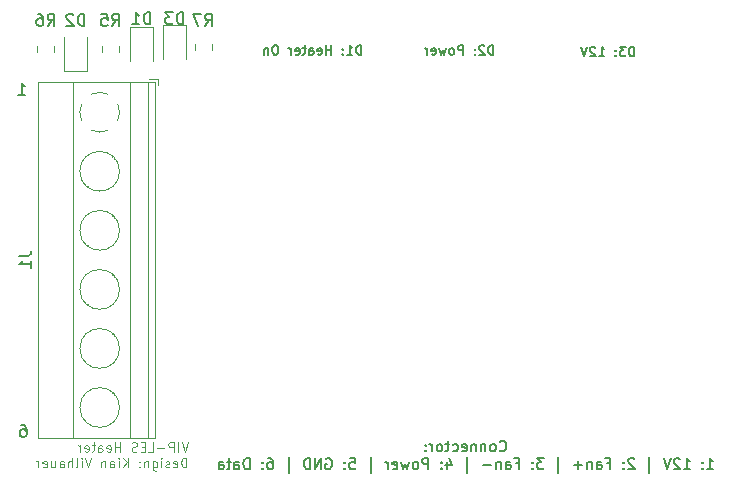
<source format=gbo>
%TF.GenerationSoftware,KiCad,Pcbnew,(5.1.6)-1*%
%TF.CreationDate,2020-10-16T10:26:54-04:00*%
%TF.ProjectId,heater,68656174-6572-42e6-9b69-6361645f7063,rev?*%
%TF.SameCoordinates,Original*%
%TF.FileFunction,Legend,Bot*%
%TF.FilePolarity,Positive*%
%FSLAX46Y46*%
G04 Gerber Fmt 4.6, Leading zero omitted, Abs format (unit mm)*
G04 Created by KiCad (PCBNEW (5.1.6)-1) date 2020-10-16 10:26:54*
%MOMM*%
%LPD*%
G01*
G04 APERTURE LIST*
%ADD10C,0.150000*%
%ADD11C,0.125000*%
%ADD12C,0.120000*%
G04 APERTURE END LIST*
D10*
X73183476Y-22078904D02*
X73183476Y-21278904D01*
X72993000Y-21278904D01*
X72878714Y-21317000D01*
X72802523Y-21393190D01*
X72764428Y-21469380D01*
X72726333Y-21621761D01*
X72726333Y-21736047D01*
X72764428Y-21888428D01*
X72802523Y-21964619D01*
X72878714Y-22040809D01*
X72993000Y-22078904D01*
X73183476Y-22078904D01*
X72459666Y-21278904D02*
X71964428Y-21278904D01*
X72231095Y-21583666D01*
X72116809Y-21583666D01*
X72040619Y-21621761D01*
X72002523Y-21659857D01*
X71964428Y-21736047D01*
X71964428Y-21926523D01*
X72002523Y-22002714D01*
X72040619Y-22040809D01*
X72116809Y-22078904D01*
X72345380Y-22078904D01*
X72421571Y-22040809D01*
X72459666Y-22002714D01*
X71621571Y-22002714D02*
X71583476Y-22040809D01*
X71621571Y-22078904D01*
X71659666Y-22040809D01*
X71621571Y-22002714D01*
X71621571Y-22078904D01*
X71621571Y-21583666D02*
X71583476Y-21621761D01*
X71621571Y-21659857D01*
X71659666Y-21621761D01*
X71621571Y-21583666D01*
X71621571Y-21659857D01*
X70212047Y-22078904D02*
X70669190Y-22078904D01*
X70440619Y-22078904D02*
X70440619Y-21278904D01*
X70516809Y-21393190D01*
X70592999Y-21469380D01*
X70669190Y-21507476D01*
X69907285Y-21355095D02*
X69869190Y-21317000D01*
X69792999Y-21278904D01*
X69602523Y-21278904D01*
X69526333Y-21317000D01*
X69488238Y-21355095D01*
X69450142Y-21431285D01*
X69450142Y-21507476D01*
X69488238Y-21621761D01*
X69945380Y-22078904D01*
X69450142Y-22078904D01*
X69221571Y-21278904D02*
X68954904Y-22078904D01*
X68688238Y-21278904D01*
X61277142Y-21951904D02*
X61277142Y-21151904D01*
X61086666Y-21151904D01*
X60972380Y-21190000D01*
X60896190Y-21266190D01*
X60858095Y-21342380D01*
X60820000Y-21494761D01*
X60820000Y-21609047D01*
X60858095Y-21761428D01*
X60896190Y-21837619D01*
X60972380Y-21913809D01*
X61086666Y-21951904D01*
X61277142Y-21951904D01*
X60515238Y-21228095D02*
X60477142Y-21190000D01*
X60400952Y-21151904D01*
X60210476Y-21151904D01*
X60134285Y-21190000D01*
X60096190Y-21228095D01*
X60058095Y-21304285D01*
X60058095Y-21380476D01*
X60096190Y-21494761D01*
X60553333Y-21951904D01*
X60058095Y-21951904D01*
X59715238Y-21875714D02*
X59677142Y-21913809D01*
X59715238Y-21951904D01*
X59753333Y-21913809D01*
X59715238Y-21875714D01*
X59715238Y-21951904D01*
X59715238Y-21456666D02*
X59677142Y-21494761D01*
X59715238Y-21532857D01*
X59753333Y-21494761D01*
X59715238Y-21456666D01*
X59715238Y-21532857D01*
X58724761Y-21951904D02*
X58724761Y-21151904D01*
X58420000Y-21151904D01*
X58343809Y-21190000D01*
X58305714Y-21228095D01*
X58267619Y-21304285D01*
X58267619Y-21418571D01*
X58305714Y-21494761D01*
X58343809Y-21532857D01*
X58420000Y-21570952D01*
X58724761Y-21570952D01*
X57810476Y-21951904D02*
X57886666Y-21913809D01*
X57924761Y-21875714D01*
X57962857Y-21799523D01*
X57962857Y-21570952D01*
X57924761Y-21494761D01*
X57886666Y-21456666D01*
X57810476Y-21418571D01*
X57696190Y-21418571D01*
X57620000Y-21456666D01*
X57581904Y-21494761D01*
X57543809Y-21570952D01*
X57543809Y-21799523D01*
X57581904Y-21875714D01*
X57620000Y-21913809D01*
X57696190Y-21951904D01*
X57810476Y-21951904D01*
X57277142Y-21418571D02*
X57124761Y-21951904D01*
X56972380Y-21570952D01*
X56820000Y-21951904D01*
X56667619Y-21418571D01*
X56058095Y-21913809D02*
X56134285Y-21951904D01*
X56286666Y-21951904D01*
X56362857Y-21913809D01*
X56400952Y-21837619D01*
X56400952Y-21532857D01*
X56362857Y-21456666D01*
X56286666Y-21418571D01*
X56134285Y-21418571D01*
X56058095Y-21456666D01*
X56020000Y-21532857D01*
X56020000Y-21609047D01*
X56400952Y-21685238D01*
X55677142Y-21951904D02*
X55677142Y-21418571D01*
X55677142Y-21570952D02*
X55639047Y-21494761D01*
X55600952Y-21456666D01*
X55524761Y-21418571D01*
X55448571Y-21418571D01*
X50088285Y-21951904D02*
X50088285Y-21151904D01*
X49897809Y-21151904D01*
X49783523Y-21190000D01*
X49707333Y-21266190D01*
X49669238Y-21342380D01*
X49631142Y-21494761D01*
X49631142Y-21609047D01*
X49669238Y-21761428D01*
X49707333Y-21837619D01*
X49783523Y-21913809D01*
X49897809Y-21951904D01*
X50088285Y-21951904D01*
X48869238Y-21951904D02*
X49326380Y-21951904D01*
X49097809Y-21951904D02*
X49097809Y-21151904D01*
X49174000Y-21266190D01*
X49250190Y-21342380D01*
X49326380Y-21380476D01*
X48526380Y-21875714D02*
X48488285Y-21913809D01*
X48526380Y-21951904D01*
X48564476Y-21913809D01*
X48526380Y-21875714D01*
X48526380Y-21951904D01*
X48526380Y-21456666D02*
X48488285Y-21494761D01*
X48526380Y-21532857D01*
X48564476Y-21494761D01*
X48526380Y-21456666D01*
X48526380Y-21532857D01*
X47535904Y-21951904D02*
X47535904Y-21151904D01*
X47535904Y-21532857D02*
X47078761Y-21532857D01*
X47078761Y-21951904D02*
X47078761Y-21151904D01*
X46393047Y-21913809D02*
X46469238Y-21951904D01*
X46621619Y-21951904D01*
X46697809Y-21913809D01*
X46735904Y-21837619D01*
X46735904Y-21532857D01*
X46697809Y-21456666D01*
X46621619Y-21418571D01*
X46469238Y-21418571D01*
X46393047Y-21456666D01*
X46354952Y-21532857D01*
X46354952Y-21609047D01*
X46735904Y-21685238D01*
X45669238Y-21951904D02*
X45669238Y-21532857D01*
X45707333Y-21456666D01*
X45783523Y-21418571D01*
X45935904Y-21418571D01*
X46012095Y-21456666D01*
X45669238Y-21913809D02*
X45745428Y-21951904D01*
X45935904Y-21951904D01*
X46012095Y-21913809D01*
X46050190Y-21837619D01*
X46050190Y-21761428D01*
X46012095Y-21685238D01*
X45935904Y-21647142D01*
X45745428Y-21647142D01*
X45669238Y-21609047D01*
X45402571Y-21418571D02*
X45097809Y-21418571D01*
X45288285Y-21151904D02*
X45288285Y-21837619D01*
X45250190Y-21913809D01*
X45174000Y-21951904D01*
X45097809Y-21951904D01*
X44526380Y-21913809D02*
X44602571Y-21951904D01*
X44754952Y-21951904D01*
X44831142Y-21913809D01*
X44869238Y-21837619D01*
X44869238Y-21532857D01*
X44831142Y-21456666D01*
X44754952Y-21418571D01*
X44602571Y-21418571D01*
X44526380Y-21456666D01*
X44488285Y-21532857D01*
X44488285Y-21609047D01*
X44869238Y-21685238D01*
X44145428Y-21951904D02*
X44145428Y-21418571D01*
X44145428Y-21570952D02*
X44107333Y-21494761D01*
X44069238Y-21456666D01*
X43993047Y-21418571D01*
X43916857Y-21418571D01*
X42888285Y-21151904D02*
X42735904Y-21151904D01*
X42659714Y-21190000D01*
X42583523Y-21266190D01*
X42545428Y-21418571D01*
X42545428Y-21685238D01*
X42583523Y-21837619D01*
X42659714Y-21913809D01*
X42735904Y-21951904D01*
X42888285Y-21951904D01*
X42964476Y-21913809D01*
X43040666Y-21837619D01*
X43078761Y-21685238D01*
X43078761Y-21418571D01*
X43040666Y-21266190D01*
X42964476Y-21190000D01*
X42888285Y-21151904D01*
X42202571Y-21418571D02*
X42202571Y-21951904D01*
X42202571Y-21494761D02*
X42164476Y-21456666D01*
X42088285Y-21418571D01*
X41974000Y-21418571D01*
X41897809Y-21456666D01*
X41859714Y-21532857D01*
X41859714Y-21951904D01*
D11*
X35402559Y-54779404D02*
X35135892Y-55579404D01*
X34869226Y-54779404D01*
X34602559Y-55579404D02*
X34602559Y-54779404D01*
X34221607Y-55579404D02*
X34221607Y-54779404D01*
X33916845Y-54779404D01*
X33840654Y-54817500D01*
X33802559Y-54855595D01*
X33764464Y-54931785D01*
X33764464Y-55046071D01*
X33802559Y-55122261D01*
X33840654Y-55160357D01*
X33916845Y-55198452D01*
X34221607Y-55198452D01*
X33421607Y-55274642D02*
X32812083Y-55274642D01*
X32050178Y-55579404D02*
X32431130Y-55579404D01*
X32431130Y-54779404D01*
X31783511Y-55160357D02*
X31516845Y-55160357D01*
X31402559Y-55579404D02*
X31783511Y-55579404D01*
X31783511Y-54779404D01*
X31402559Y-54779404D01*
X31097797Y-55541309D02*
X30983511Y-55579404D01*
X30793035Y-55579404D01*
X30716845Y-55541309D01*
X30678750Y-55503214D01*
X30640654Y-55427023D01*
X30640654Y-55350833D01*
X30678750Y-55274642D01*
X30716845Y-55236547D01*
X30793035Y-55198452D01*
X30945416Y-55160357D01*
X31021607Y-55122261D01*
X31059702Y-55084166D01*
X31097797Y-55007976D01*
X31097797Y-54931785D01*
X31059702Y-54855595D01*
X31021607Y-54817500D01*
X30945416Y-54779404D01*
X30754940Y-54779404D01*
X30640654Y-54817500D01*
X29688273Y-55579404D02*
X29688273Y-54779404D01*
X29688273Y-55160357D02*
X29231130Y-55160357D01*
X29231130Y-55579404D02*
X29231130Y-54779404D01*
X28545416Y-55541309D02*
X28621607Y-55579404D01*
X28773988Y-55579404D01*
X28850178Y-55541309D01*
X28888273Y-55465119D01*
X28888273Y-55160357D01*
X28850178Y-55084166D01*
X28773988Y-55046071D01*
X28621607Y-55046071D01*
X28545416Y-55084166D01*
X28507321Y-55160357D01*
X28507321Y-55236547D01*
X28888273Y-55312738D01*
X27821607Y-55579404D02*
X27821607Y-55160357D01*
X27859702Y-55084166D01*
X27935892Y-55046071D01*
X28088273Y-55046071D01*
X28164464Y-55084166D01*
X27821607Y-55541309D02*
X27897797Y-55579404D01*
X28088273Y-55579404D01*
X28164464Y-55541309D01*
X28202559Y-55465119D01*
X28202559Y-55388928D01*
X28164464Y-55312738D01*
X28088273Y-55274642D01*
X27897797Y-55274642D01*
X27821607Y-55236547D01*
X27554940Y-55046071D02*
X27250178Y-55046071D01*
X27440654Y-54779404D02*
X27440654Y-55465119D01*
X27402559Y-55541309D01*
X27326369Y-55579404D01*
X27250178Y-55579404D01*
X26678750Y-55541309D02*
X26754940Y-55579404D01*
X26907321Y-55579404D01*
X26983511Y-55541309D01*
X27021607Y-55465119D01*
X27021607Y-55160357D01*
X26983511Y-55084166D01*
X26907321Y-55046071D01*
X26754940Y-55046071D01*
X26678750Y-55084166D01*
X26640654Y-55160357D01*
X26640654Y-55236547D01*
X27021607Y-55312738D01*
X26297797Y-55579404D02*
X26297797Y-55046071D01*
X26297797Y-55198452D02*
X26259702Y-55122261D01*
X26221607Y-55084166D01*
X26145416Y-55046071D01*
X26069226Y-55046071D01*
X35288273Y-56904404D02*
X35288273Y-56104404D01*
X35097797Y-56104404D01*
X34983511Y-56142500D01*
X34907321Y-56218690D01*
X34869226Y-56294880D01*
X34831130Y-56447261D01*
X34831130Y-56561547D01*
X34869226Y-56713928D01*
X34907321Y-56790119D01*
X34983511Y-56866309D01*
X35097797Y-56904404D01*
X35288273Y-56904404D01*
X34183511Y-56866309D02*
X34259702Y-56904404D01*
X34412083Y-56904404D01*
X34488273Y-56866309D01*
X34526369Y-56790119D01*
X34526369Y-56485357D01*
X34488273Y-56409166D01*
X34412083Y-56371071D01*
X34259702Y-56371071D01*
X34183511Y-56409166D01*
X34145416Y-56485357D01*
X34145416Y-56561547D01*
X34526369Y-56637738D01*
X33840654Y-56866309D02*
X33764464Y-56904404D01*
X33612083Y-56904404D01*
X33535892Y-56866309D01*
X33497797Y-56790119D01*
X33497797Y-56752023D01*
X33535892Y-56675833D01*
X33612083Y-56637738D01*
X33726369Y-56637738D01*
X33802559Y-56599642D01*
X33840654Y-56523452D01*
X33840654Y-56485357D01*
X33802559Y-56409166D01*
X33726369Y-56371071D01*
X33612083Y-56371071D01*
X33535892Y-56409166D01*
X33154940Y-56904404D02*
X33154940Y-56371071D01*
X33154940Y-56104404D02*
X33193035Y-56142500D01*
X33154940Y-56180595D01*
X33116845Y-56142500D01*
X33154940Y-56104404D01*
X33154940Y-56180595D01*
X32431130Y-56371071D02*
X32431130Y-57018690D01*
X32469226Y-57094880D01*
X32507321Y-57132976D01*
X32583511Y-57171071D01*
X32697797Y-57171071D01*
X32773988Y-57132976D01*
X32431130Y-56866309D02*
X32507321Y-56904404D01*
X32659702Y-56904404D01*
X32735892Y-56866309D01*
X32773988Y-56828214D01*
X32812083Y-56752023D01*
X32812083Y-56523452D01*
X32773988Y-56447261D01*
X32735892Y-56409166D01*
X32659702Y-56371071D01*
X32507321Y-56371071D01*
X32431130Y-56409166D01*
X32050178Y-56371071D02*
X32050178Y-56904404D01*
X32050178Y-56447261D02*
X32012083Y-56409166D01*
X31935892Y-56371071D01*
X31821607Y-56371071D01*
X31745416Y-56409166D01*
X31707321Y-56485357D01*
X31707321Y-56904404D01*
X31326369Y-56828214D02*
X31288273Y-56866309D01*
X31326369Y-56904404D01*
X31364464Y-56866309D01*
X31326369Y-56828214D01*
X31326369Y-56904404D01*
X31326369Y-56409166D02*
X31288273Y-56447261D01*
X31326369Y-56485357D01*
X31364464Y-56447261D01*
X31326369Y-56409166D01*
X31326369Y-56485357D01*
X30335892Y-56904404D02*
X30335892Y-56104404D01*
X29878749Y-56904404D02*
X30221607Y-56447261D01*
X29878749Y-56104404D02*
X30335892Y-56561547D01*
X29535892Y-56904404D02*
X29535892Y-56371071D01*
X29535892Y-56104404D02*
X29573988Y-56142500D01*
X29535892Y-56180595D01*
X29497797Y-56142500D01*
X29535892Y-56104404D01*
X29535892Y-56180595D01*
X28812083Y-56904404D02*
X28812083Y-56485357D01*
X28850178Y-56409166D01*
X28926369Y-56371071D01*
X29078749Y-56371071D01*
X29154940Y-56409166D01*
X28812083Y-56866309D02*
X28888273Y-56904404D01*
X29078749Y-56904404D01*
X29154940Y-56866309D01*
X29193035Y-56790119D01*
X29193035Y-56713928D01*
X29154940Y-56637738D01*
X29078749Y-56599642D01*
X28888273Y-56599642D01*
X28812083Y-56561547D01*
X28431130Y-56371071D02*
X28431130Y-56904404D01*
X28431130Y-56447261D02*
X28393035Y-56409166D01*
X28316845Y-56371071D01*
X28202559Y-56371071D01*
X28126369Y-56409166D01*
X28088273Y-56485357D01*
X28088273Y-56904404D01*
X27212083Y-56104404D02*
X26945416Y-56904404D01*
X26678750Y-56104404D01*
X26412083Y-56904404D02*
X26412083Y-56371071D01*
X26412083Y-56104404D02*
X26450178Y-56142500D01*
X26412083Y-56180595D01*
X26373988Y-56142500D01*
X26412083Y-56104404D01*
X26412083Y-56180595D01*
X25916845Y-56904404D02*
X25993035Y-56866309D01*
X26031130Y-56790119D01*
X26031130Y-56104404D01*
X25612083Y-56904404D02*
X25612083Y-56104404D01*
X25269226Y-56904404D02*
X25269226Y-56485357D01*
X25307321Y-56409166D01*
X25383511Y-56371071D01*
X25497797Y-56371071D01*
X25573988Y-56409166D01*
X25612083Y-56447261D01*
X24545416Y-56904404D02*
X24545416Y-56485357D01*
X24583511Y-56409166D01*
X24659702Y-56371071D01*
X24812083Y-56371071D01*
X24888273Y-56409166D01*
X24545416Y-56866309D02*
X24621607Y-56904404D01*
X24812083Y-56904404D01*
X24888273Y-56866309D01*
X24926369Y-56790119D01*
X24926369Y-56713928D01*
X24888273Y-56637738D01*
X24812083Y-56599642D01*
X24621607Y-56599642D01*
X24545416Y-56561547D01*
X23821607Y-56371071D02*
X23821607Y-56904404D01*
X24164464Y-56371071D02*
X24164464Y-56790119D01*
X24126369Y-56866309D01*
X24050178Y-56904404D01*
X23935892Y-56904404D01*
X23859702Y-56866309D01*
X23821607Y-56828214D01*
X23135892Y-56866309D02*
X23212083Y-56904404D01*
X23364464Y-56904404D01*
X23440654Y-56866309D01*
X23478750Y-56790119D01*
X23478750Y-56485357D01*
X23440654Y-56409166D01*
X23364464Y-56371071D01*
X23212083Y-56371071D01*
X23135892Y-56409166D01*
X23097797Y-56485357D01*
X23097797Y-56561547D01*
X23478750Y-56637738D01*
X22754940Y-56904404D02*
X22754940Y-56371071D01*
X22754940Y-56523452D02*
X22716845Y-56447261D01*
X22678750Y-56409166D01*
X22602559Y-56371071D01*
X22526369Y-56371071D01*
D10*
X61799428Y-55451428D02*
X61842285Y-55494285D01*
X61970857Y-55537142D01*
X62056571Y-55537142D01*
X62185142Y-55494285D01*
X62270857Y-55408571D01*
X62313714Y-55322857D01*
X62356571Y-55151428D01*
X62356571Y-55022857D01*
X62313714Y-54851428D01*
X62270857Y-54765714D01*
X62185142Y-54680000D01*
X62056571Y-54637142D01*
X61970857Y-54637142D01*
X61842285Y-54680000D01*
X61799428Y-54722857D01*
X61285142Y-55537142D02*
X61370857Y-55494285D01*
X61413714Y-55451428D01*
X61456571Y-55365714D01*
X61456571Y-55108571D01*
X61413714Y-55022857D01*
X61370857Y-54980000D01*
X61285142Y-54937142D01*
X61156571Y-54937142D01*
X61070857Y-54980000D01*
X61028000Y-55022857D01*
X60985142Y-55108571D01*
X60985142Y-55365714D01*
X61028000Y-55451428D01*
X61070857Y-55494285D01*
X61156571Y-55537142D01*
X61285142Y-55537142D01*
X60599428Y-54937142D02*
X60599428Y-55537142D01*
X60599428Y-55022857D02*
X60556571Y-54980000D01*
X60470857Y-54937142D01*
X60342285Y-54937142D01*
X60256571Y-54980000D01*
X60213714Y-55065714D01*
X60213714Y-55537142D01*
X59785142Y-54937142D02*
X59785142Y-55537142D01*
X59785142Y-55022857D02*
X59742285Y-54980000D01*
X59656571Y-54937142D01*
X59528000Y-54937142D01*
X59442285Y-54980000D01*
X59399428Y-55065714D01*
X59399428Y-55537142D01*
X58628000Y-55494285D02*
X58713714Y-55537142D01*
X58885142Y-55537142D01*
X58970857Y-55494285D01*
X59013714Y-55408571D01*
X59013714Y-55065714D01*
X58970857Y-54980000D01*
X58885142Y-54937142D01*
X58713714Y-54937142D01*
X58628000Y-54980000D01*
X58585142Y-55065714D01*
X58585142Y-55151428D01*
X59013714Y-55237142D01*
X57813714Y-55494285D02*
X57899428Y-55537142D01*
X58070857Y-55537142D01*
X58156571Y-55494285D01*
X58199428Y-55451428D01*
X58242285Y-55365714D01*
X58242285Y-55108571D01*
X58199428Y-55022857D01*
X58156571Y-54980000D01*
X58070857Y-54937142D01*
X57899428Y-54937142D01*
X57813714Y-54980000D01*
X57556571Y-54937142D02*
X57213714Y-54937142D01*
X57428000Y-54637142D02*
X57428000Y-55408571D01*
X57385142Y-55494285D01*
X57299428Y-55537142D01*
X57213714Y-55537142D01*
X56785142Y-55537142D02*
X56870857Y-55494285D01*
X56913714Y-55451428D01*
X56956571Y-55365714D01*
X56956571Y-55108571D01*
X56913714Y-55022857D01*
X56870857Y-54980000D01*
X56785142Y-54937142D01*
X56656571Y-54937142D01*
X56570857Y-54980000D01*
X56528000Y-55022857D01*
X56485142Y-55108571D01*
X56485142Y-55365714D01*
X56528000Y-55451428D01*
X56570857Y-55494285D01*
X56656571Y-55537142D01*
X56785142Y-55537142D01*
X56099428Y-55537142D02*
X56099428Y-54937142D01*
X56099428Y-55108571D02*
X56056571Y-55022857D01*
X56013714Y-54980000D01*
X55928000Y-54937142D01*
X55842285Y-54937142D01*
X55542285Y-55451428D02*
X55499428Y-55494285D01*
X55542285Y-55537142D01*
X55585142Y-55494285D01*
X55542285Y-55451428D01*
X55542285Y-55537142D01*
X55542285Y-54980000D02*
X55499428Y-55022857D01*
X55542285Y-55065714D01*
X55585142Y-55022857D01*
X55542285Y-54980000D01*
X55542285Y-55065714D01*
X79370857Y-57037142D02*
X79885142Y-57037142D01*
X79628000Y-57037142D02*
X79628000Y-56137142D01*
X79713714Y-56265714D01*
X79799428Y-56351428D01*
X79885142Y-56394285D01*
X78985142Y-56951428D02*
X78942285Y-56994285D01*
X78985142Y-57037142D01*
X79027999Y-56994285D01*
X78985142Y-56951428D01*
X78985142Y-57037142D01*
X78985142Y-56480000D02*
X78942285Y-56522857D01*
X78985142Y-56565714D01*
X79027999Y-56522857D01*
X78985142Y-56480000D01*
X78985142Y-56565714D01*
X77399428Y-57037142D02*
X77913714Y-57037142D01*
X77656571Y-57037142D02*
X77656571Y-56137142D01*
X77742285Y-56265714D01*
X77828000Y-56351428D01*
X77913714Y-56394285D01*
X77056571Y-56222857D02*
X77013714Y-56180000D01*
X76928000Y-56137142D01*
X76713714Y-56137142D01*
X76628000Y-56180000D01*
X76585142Y-56222857D01*
X76542285Y-56308571D01*
X76542285Y-56394285D01*
X76585142Y-56522857D01*
X77099428Y-57037142D01*
X76542285Y-57037142D01*
X76285142Y-56137142D02*
X75985142Y-57037142D01*
X75685142Y-56137142D01*
X74485142Y-57337142D02*
X74485142Y-56051428D01*
X73199428Y-56222857D02*
X73156571Y-56180000D01*
X73070857Y-56137142D01*
X72856571Y-56137142D01*
X72770857Y-56180000D01*
X72728000Y-56222857D01*
X72685142Y-56308571D01*
X72685142Y-56394285D01*
X72728000Y-56522857D01*
X73242285Y-57037142D01*
X72685142Y-57037142D01*
X72299428Y-56951428D02*
X72256571Y-56994285D01*
X72299428Y-57037142D01*
X72342285Y-56994285D01*
X72299428Y-56951428D01*
X72299428Y-57037142D01*
X72299428Y-56480000D02*
X72256571Y-56522857D01*
X72299428Y-56565714D01*
X72342285Y-56522857D01*
X72299428Y-56480000D01*
X72299428Y-56565714D01*
X70885142Y-56565714D02*
X71185142Y-56565714D01*
X71185142Y-57037142D02*
X71185142Y-56137142D01*
X70756571Y-56137142D01*
X70028000Y-57037142D02*
X70028000Y-56565714D01*
X70070857Y-56480000D01*
X70156571Y-56437142D01*
X70328000Y-56437142D01*
X70413714Y-56480000D01*
X70028000Y-56994285D02*
X70113714Y-57037142D01*
X70328000Y-57037142D01*
X70413714Y-56994285D01*
X70456571Y-56908571D01*
X70456571Y-56822857D01*
X70413714Y-56737142D01*
X70328000Y-56694285D01*
X70113714Y-56694285D01*
X70028000Y-56651428D01*
X69599428Y-56437142D02*
X69599428Y-57037142D01*
X69599428Y-56522857D02*
X69556571Y-56480000D01*
X69470857Y-56437142D01*
X69342285Y-56437142D01*
X69256571Y-56480000D01*
X69213714Y-56565714D01*
X69213714Y-57037142D01*
X68785142Y-56694285D02*
X68099428Y-56694285D01*
X68442285Y-57037142D02*
X68442285Y-56351428D01*
X66770857Y-57337142D02*
X66770857Y-56051428D01*
X65528000Y-56137142D02*
X64970857Y-56137142D01*
X65270857Y-56480000D01*
X65142285Y-56480000D01*
X65056571Y-56522857D01*
X65013714Y-56565714D01*
X64970857Y-56651428D01*
X64970857Y-56865714D01*
X65013714Y-56951428D01*
X65056571Y-56994285D01*
X65142285Y-57037142D01*
X65399428Y-57037142D01*
X65485142Y-56994285D01*
X65528000Y-56951428D01*
X64585142Y-56951428D02*
X64542285Y-56994285D01*
X64585142Y-57037142D01*
X64628000Y-56994285D01*
X64585142Y-56951428D01*
X64585142Y-57037142D01*
X64585142Y-56480000D02*
X64542285Y-56522857D01*
X64585142Y-56565714D01*
X64628000Y-56522857D01*
X64585142Y-56480000D01*
X64585142Y-56565714D01*
X63170857Y-56565714D02*
X63470857Y-56565714D01*
X63470857Y-57037142D02*
X63470857Y-56137142D01*
X63042285Y-56137142D01*
X62313714Y-57037142D02*
X62313714Y-56565714D01*
X62356571Y-56480000D01*
X62442285Y-56437142D01*
X62613714Y-56437142D01*
X62699428Y-56480000D01*
X62313714Y-56994285D02*
X62399428Y-57037142D01*
X62613714Y-57037142D01*
X62699428Y-56994285D01*
X62742285Y-56908571D01*
X62742285Y-56822857D01*
X62699428Y-56737142D01*
X62613714Y-56694285D01*
X62399428Y-56694285D01*
X62313714Y-56651428D01*
X61885142Y-56437142D02*
X61885142Y-57037142D01*
X61885142Y-56522857D02*
X61842285Y-56480000D01*
X61756571Y-56437142D01*
X61628000Y-56437142D01*
X61542285Y-56480000D01*
X61499428Y-56565714D01*
X61499428Y-57037142D01*
X61070857Y-56694285D02*
X60385142Y-56694285D01*
X59056571Y-57337142D02*
X59056571Y-56051428D01*
X57342285Y-56437142D02*
X57342285Y-57037142D01*
X57556571Y-56094285D02*
X57770857Y-56737142D01*
X57213714Y-56737142D01*
X56870857Y-56951428D02*
X56827999Y-56994285D01*
X56870857Y-57037142D01*
X56913714Y-56994285D01*
X56870857Y-56951428D01*
X56870857Y-57037142D01*
X56870857Y-56480000D02*
X56827999Y-56522857D01*
X56870857Y-56565714D01*
X56913714Y-56522857D01*
X56870857Y-56480000D01*
X56870857Y-56565714D01*
X55756571Y-57037142D02*
X55756571Y-56137142D01*
X55413714Y-56137142D01*
X55327999Y-56180000D01*
X55285142Y-56222857D01*
X55242285Y-56308571D01*
X55242285Y-56437142D01*
X55285142Y-56522857D01*
X55327999Y-56565714D01*
X55413714Y-56608571D01*
X55756571Y-56608571D01*
X54727999Y-57037142D02*
X54813714Y-56994285D01*
X54856571Y-56951428D01*
X54899428Y-56865714D01*
X54899428Y-56608571D01*
X54856571Y-56522857D01*
X54813714Y-56480000D01*
X54727999Y-56437142D01*
X54599428Y-56437142D01*
X54513714Y-56480000D01*
X54470857Y-56522857D01*
X54427999Y-56608571D01*
X54427999Y-56865714D01*
X54470857Y-56951428D01*
X54513714Y-56994285D01*
X54599428Y-57037142D01*
X54727999Y-57037142D01*
X54127999Y-56437142D02*
X53956571Y-57037142D01*
X53785142Y-56608571D01*
X53613714Y-57037142D01*
X53442285Y-56437142D01*
X52756571Y-56994285D02*
X52842285Y-57037142D01*
X53013714Y-57037142D01*
X53099428Y-56994285D01*
X53142285Y-56908571D01*
X53142285Y-56565714D01*
X53099428Y-56480000D01*
X53013714Y-56437142D01*
X52842285Y-56437142D01*
X52756571Y-56480000D01*
X52713714Y-56565714D01*
X52713714Y-56651428D01*
X53142285Y-56737142D01*
X52327999Y-57037142D02*
X52327999Y-56437142D01*
X52327999Y-56608571D02*
X52285142Y-56522857D01*
X52242285Y-56480000D01*
X52156571Y-56437142D01*
X52070857Y-56437142D01*
X50870857Y-57337142D02*
X50870857Y-56051428D01*
X49113714Y-56137142D02*
X49542285Y-56137142D01*
X49585142Y-56565714D01*
X49542285Y-56522857D01*
X49456571Y-56480000D01*
X49242285Y-56480000D01*
X49156571Y-56522857D01*
X49113714Y-56565714D01*
X49070857Y-56651428D01*
X49070857Y-56865714D01*
X49113714Y-56951428D01*
X49156571Y-56994285D01*
X49242285Y-57037142D01*
X49456571Y-57037142D01*
X49542285Y-56994285D01*
X49585142Y-56951428D01*
X48685142Y-56951428D02*
X48642285Y-56994285D01*
X48685142Y-57037142D01*
X48727999Y-56994285D01*
X48685142Y-56951428D01*
X48685142Y-57037142D01*
X48685142Y-56480000D02*
X48642285Y-56522857D01*
X48685142Y-56565714D01*
X48727999Y-56522857D01*
X48685142Y-56480000D01*
X48685142Y-56565714D01*
X47099428Y-56180000D02*
X47185142Y-56137142D01*
X47313714Y-56137142D01*
X47442285Y-56180000D01*
X47527999Y-56265714D01*
X47570857Y-56351428D01*
X47613714Y-56522857D01*
X47613714Y-56651428D01*
X47570857Y-56822857D01*
X47527999Y-56908571D01*
X47442285Y-56994285D01*
X47313714Y-57037142D01*
X47227999Y-57037142D01*
X47099428Y-56994285D01*
X47056571Y-56951428D01*
X47056571Y-56651428D01*
X47227999Y-56651428D01*
X46670857Y-57037142D02*
X46670857Y-56137142D01*
X46156571Y-57037142D01*
X46156571Y-56137142D01*
X45727999Y-57037142D02*
X45727999Y-56137142D01*
X45513714Y-56137142D01*
X45385142Y-56180000D01*
X45299428Y-56265714D01*
X45256571Y-56351428D01*
X45213714Y-56522857D01*
X45213714Y-56651428D01*
X45256571Y-56822857D01*
X45299428Y-56908571D01*
X45385142Y-56994285D01*
X45513714Y-57037142D01*
X45727999Y-57037142D01*
X43927999Y-57337142D02*
X43927999Y-56051428D01*
X42213714Y-56137142D02*
X42385142Y-56137142D01*
X42470857Y-56180000D01*
X42513714Y-56222857D01*
X42599428Y-56351428D01*
X42642285Y-56522857D01*
X42642285Y-56865714D01*
X42599428Y-56951428D01*
X42556571Y-56994285D01*
X42470857Y-57037142D01*
X42299428Y-57037142D01*
X42213714Y-56994285D01*
X42170857Y-56951428D01*
X42127999Y-56865714D01*
X42127999Y-56651428D01*
X42170857Y-56565714D01*
X42213714Y-56522857D01*
X42299428Y-56480000D01*
X42470857Y-56480000D01*
X42556571Y-56522857D01*
X42599428Y-56565714D01*
X42642285Y-56651428D01*
X41742285Y-56951428D02*
X41699428Y-56994285D01*
X41742285Y-57037142D01*
X41785142Y-56994285D01*
X41742285Y-56951428D01*
X41742285Y-57037142D01*
X41742285Y-56480000D02*
X41699428Y-56522857D01*
X41742285Y-56565714D01*
X41785142Y-56522857D01*
X41742285Y-56480000D01*
X41742285Y-56565714D01*
X40627999Y-57037142D02*
X40627999Y-56137142D01*
X40413714Y-56137142D01*
X40285142Y-56180000D01*
X40199428Y-56265714D01*
X40156571Y-56351428D01*
X40113714Y-56522857D01*
X40113714Y-56651428D01*
X40156571Y-56822857D01*
X40199428Y-56908571D01*
X40285142Y-56994285D01*
X40413714Y-57037142D01*
X40627999Y-57037142D01*
X39342285Y-57037142D02*
X39342285Y-56565714D01*
X39385142Y-56480000D01*
X39470857Y-56437142D01*
X39642285Y-56437142D01*
X39727999Y-56480000D01*
X39342285Y-56994285D02*
X39427999Y-57037142D01*
X39642285Y-57037142D01*
X39727999Y-56994285D01*
X39770857Y-56908571D01*
X39770857Y-56822857D01*
X39727999Y-56737142D01*
X39642285Y-56694285D01*
X39427999Y-56694285D01*
X39342285Y-56651428D01*
X39042285Y-56437142D02*
X38699428Y-56437142D01*
X38913714Y-56137142D02*
X38913714Y-56908571D01*
X38870857Y-56994285D01*
X38785142Y-57037142D01*
X38699428Y-57037142D01*
X38013714Y-57037142D02*
X38013714Y-56565714D01*
X38056571Y-56480000D01*
X38142285Y-56437142D01*
X38313714Y-56437142D01*
X38399428Y-56480000D01*
X38013714Y-56994285D02*
X38099428Y-57037142D01*
X38313714Y-57037142D01*
X38399428Y-56994285D01*
X38442285Y-56908571D01*
X38442285Y-56822857D01*
X38399428Y-56737142D01*
X38313714Y-56694285D01*
X38099428Y-56694285D01*
X38013714Y-56651428D01*
X21272523Y-53300380D02*
X21463000Y-53300380D01*
X21558238Y-53348000D01*
X21605857Y-53395619D01*
X21701095Y-53538476D01*
X21748714Y-53728952D01*
X21748714Y-54109904D01*
X21701095Y-54205142D01*
X21653476Y-54252761D01*
X21558238Y-54300380D01*
X21367761Y-54300380D01*
X21272523Y-54252761D01*
X21224904Y-54205142D01*
X21177285Y-54109904D01*
X21177285Y-53871809D01*
X21224904Y-53776571D01*
X21272523Y-53728952D01*
X21367761Y-53681333D01*
X21558238Y-53681333D01*
X21653476Y-53728952D01*
X21701095Y-53776571D01*
X21748714Y-53871809D01*
X21050285Y-25344380D02*
X21621714Y-25344380D01*
X21336000Y-25344380D02*
X21336000Y-24344380D01*
X21431238Y-24487238D01*
X21526476Y-24582476D01*
X21621714Y-24630095D01*
D12*
%TO.C,R7*%
X35993000Y-21588252D02*
X35993000Y-21065748D01*
X37413000Y-21588252D02*
X37413000Y-21065748D01*
%TO.C,D3*%
X35250000Y-19485000D02*
X35250000Y-22345000D01*
X33330000Y-19485000D02*
X35250000Y-19485000D01*
X33330000Y-22345000D02*
X33330000Y-19485000D01*
%TO.C,J1*%
X32840000Y-24030000D02*
X32840000Y-24530000D01*
X32100000Y-24030000D02*
X32840000Y-24030000D01*
X28963000Y-50603000D02*
X29009000Y-50556000D01*
X26665000Y-52900000D02*
X26701000Y-52865000D01*
X29179000Y-50796000D02*
X29214000Y-50761000D01*
X26871000Y-53105000D02*
X26917000Y-53058000D01*
X28963000Y-45603000D02*
X29009000Y-45556000D01*
X26665000Y-47900000D02*
X26701000Y-47865000D01*
X29179000Y-45796000D02*
X29214000Y-45761000D01*
X26871000Y-48105000D02*
X26917000Y-48058000D01*
X28963000Y-40603000D02*
X29009000Y-40556000D01*
X26665000Y-42900000D02*
X26701000Y-42865000D01*
X29179000Y-40796000D02*
X29214000Y-40761000D01*
X26871000Y-43105000D02*
X26917000Y-43058000D01*
X28963000Y-35603000D02*
X29009000Y-35556000D01*
X26665000Y-37900000D02*
X26701000Y-37865000D01*
X29179000Y-35796000D02*
X29214000Y-35761000D01*
X26871000Y-38105000D02*
X26917000Y-38058000D01*
X28963000Y-30603000D02*
X29009000Y-30556000D01*
X26665000Y-32900000D02*
X26701000Y-32865000D01*
X29179000Y-30796000D02*
X29214000Y-30761000D01*
X26871000Y-33105000D02*
X26917000Y-33058000D01*
X22679000Y-54390000D02*
X32600000Y-54390000D01*
X22679000Y-24270000D02*
X32600000Y-24270000D01*
X32600000Y-24270000D02*
X32600000Y-54390000D01*
X22679000Y-24270000D02*
X22679000Y-54390000D01*
X25639000Y-24270000D02*
X25639000Y-54390000D01*
X30540000Y-24270000D02*
X30540000Y-54390000D01*
X32040000Y-24270000D02*
X32040000Y-54390000D01*
X29620000Y-51830000D02*
G75*
G03*
X29620000Y-51830000I-1680000J0D01*
G01*
X29620000Y-46830000D02*
G75*
G03*
X29620000Y-46830000I-1680000J0D01*
G01*
X29620000Y-41830000D02*
G75*
G03*
X29620000Y-41830000I-1680000J0D01*
G01*
X29620000Y-36830000D02*
G75*
G03*
X29620000Y-36830000I-1680000J0D01*
G01*
X29620000Y-31830000D02*
G75*
G03*
X29620000Y-31830000I-1680000J0D01*
G01*
X29620253Y-26858805D02*
G75*
G03*
X29475000Y-26146000I-1680253J28805D01*
G01*
X28623042Y-25294574D02*
G75*
G03*
X27256000Y-25295000I-683042J-1535426D01*
G01*
X26404574Y-26146958D02*
G75*
G03*
X26405000Y-27514000I1535426J-683042D01*
G01*
X27256958Y-28365426D02*
G75*
G03*
X28624000Y-28365000I683042J1535426D01*
G01*
X29474756Y-27513318D02*
G75*
G03*
X29620000Y-26830000I-1534756J683318D01*
G01*
%TO.C,R6*%
X24078000Y-21733252D02*
X24078000Y-21210748D01*
X22658000Y-21733252D02*
X22658000Y-21210748D01*
%TO.C,R5*%
X28119000Y-21210748D02*
X28119000Y-21733252D01*
X29539000Y-21210748D02*
X29539000Y-21733252D01*
%TO.C,D2*%
X26868000Y-20472000D02*
X26868000Y-23332000D01*
X26868000Y-23332000D02*
X24948000Y-23332000D01*
X24948000Y-23332000D02*
X24948000Y-20472000D01*
%TO.C,D1*%
X30536000Y-22454000D02*
X30536000Y-19594000D01*
X30536000Y-19594000D02*
X32456000Y-19594000D01*
X32456000Y-19594000D02*
X32456000Y-22454000D01*
%TO.C,R7*%
D10*
X36869666Y-19502380D02*
X37203000Y-19026190D01*
X37441095Y-19502380D02*
X37441095Y-18502380D01*
X37060142Y-18502380D01*
X36964904Y-18550000D01*
X36917285Y-18597619D01*
X36869666Y-18692857D01*
X36869666Y-18835714D01*
X36917285Y-18930952D01*
X36964904Y-18978571D01*
X37060142Y-19026190D01*
X37441095Y-19026190D01*
X36536333Y-18502380D02*
X35869666Y-18502380D01*
X36298238Y-19502380D01*
%TO.C,D3*%
X35028095Y-19375380D02*
X35028095Y-18375380D01*
X34790000Y-18375380D01*
X34647142Y-18423000D01*
X34551904Y-18518238D01*
X34504285Y-18613476D01*
X34456666Y-18803952D01*
X34456666Y-18946809D01*
X34504285Y-19137285D01*
X34551904Y-19232523D01*
X34647142Y-19327761D01*
X34790000Y-19375380D01*
X35028095Y-19375380D01*
X34123333Y-18375380D02*
X33504285Y-18375380D01*
X33837619Y-18756333D01*
X33694761Y-18756333D01*
X33599523Y-18803952D01*
X33551904Y-18851571D01*
X33504285Y-18946809D01*
X33504285Y-19184904D01*
X33551904Y-19280142D01*
X33599523Y-19327761D01*
X33694761Y-19375380D01*
X33980476Y-19375380D01*
X34075714Y-19327761D01*
X34123333Y-19280142D01*
%TO.C,J1*%
X21132380Y-38996666D02*
X21846666Y-38996666D01*
X21989523Y-38949047D01*
X22084761Y-38853809D01*
X22132380Y-38710952D01*
X22132380Y-38615714D01*
X22132380Y-39996666D02*
X22132380Y-39425238D01*
X22132380Y-39710952D02*
X21132380Y-39710952D01*
X21275238Y-39615714D01*
X21370476Y-39520476D01*
X21418095Y-39425238D01*
%TO.C,R6*%
X23534666Y-19502380D02*
X23868000Y-19026190D01*
X24106095Y-19502380D02*
X24106095Y-18502380D01*
X23725142Y-18502380D01*
X23629904Y-18550000D01*
X23582285Y-18597619D01*
X23534666Y-18692857D01*
X23534666Y-18835714D01*
X23582285Y-18930952D01*
X23629904Y-18978571D01*
X23725142Y-19026190D01*
X24106095Y-19026190D01*
X22677523Y-18502380D02*
X22868000Y-18502380D01*
X22963238Y-18550000D01*
X23010857Y-18597619D01*
X23106095Y-18740476D01*
X23153714Y-18930952D01*
X23153714Y-19311904D01*
X23106095Y-19407142D01*
X23058476Y-19454761D01*
X22963238Y-19502380D01*
X22772761Y-19502380D01*
X22677523Y-19454761D01*
X22629904Y-19407142D01*
X22582285Y-19311904D01*
X22582285Y-19073809D01*
X22629904Y-18978571D01*
X22677523Y-18930952D01*
X22772761Y-18883333D01*
X22963238Y-18883333D01*
X23058476Y-18930952D01*
X23106095Y-18978571D01*
X23153714Y-19073809D01*
%TO.C,R5*%
X28995666Y-19502380D02*
X29329000Y-19026190D01*
X29567095Y-19502380D02*
X29567095Y-18502380D01*
X29186142Y-18502380D01*
X29090904Y-18550000D01*
X29043285Y-18597619D01*
X28995666Y-18692857D01*
X28995666Y-18835714D01*
X29043285Y-18930952D01*
X29090904Y-18978571D01*
X29186142Y-19026190D01*
X29567095Y-19026190D01*
X28090904Y-18502380D02*
X28567095Y-18502380D01*
X28614714Y-18978571D01*
X28567095Y-18930952D01*
X28471857Y-18883333D01*
X28233761Y-18883333D01*
X28138523Y-18930952D01*
X28090904Y-18978571D01*
X28043285Y-19073809D01*
X28043285Y-19311904D01*
X28090904Y-19407142D01*
X28138523Y-19454761D01*
X28233761Y-19502380D01*
X28471857Y-19502380D01*
X28567095Y-19454761D01*
X28614714Y-19407142D01*
%TO.C,D2*%
X26646095Y-19502380D02*
X26646095Y-18502380D01*
X26408000Y-18502380D01*
X26265142Y-18550000D01*
X26169904Y-18645238D01*
X26122285Y-18740476D01*
X26074666Y-18930952D01*
X26074666Y-19073809D01*
X26122285Y-19264285D01*
X26169904Y-19359523D01*
X26265142Y-19454761D01*
X26408000Y-19502380D01*
X26646095Y-19502380D01*
X25693714Y-18597619D02*
X25646095Y-18550000D01*
X25550857Y-18502380D01*
X25312761Y-18502380D01*
X25217523Y-18550000D01*
X25169904Y-18597619D01*
X25122285Y-18692857D01*
X25122285Y-18788095D01*
X25169904Y-18930952D01*
X25741333Y-19502380D01*
X25122285Y-19502380D01*
%TO.C,D1*%
X32234095Y-19375380D02*
X32234095Y-18375380D01*
X31996000Y-18375380D01*
X31853142Y-18423000D01*
X31757904Y-18518238D01*
X31710285Y-18613476D01*
X31662666Y-18803952D01*
X31662666Y-18946809D01*
X31710285Y-19137285D01*
X31757904Y-19232523D01*
X31853142Y-19327761D01*
X31996000Y-19375380D01*
X32234095Y-19375380D01*
X30710285Y-19375380D02*
X31281714Y-19375380D01*
X30996000Y-19375380D02*
X30996000Y-18375380D01*
X31091238Y-18518238D01*
X31186476Y-18613476D01*
X31281714Y-18661095D01*
%TD*%
M02*

</source>
